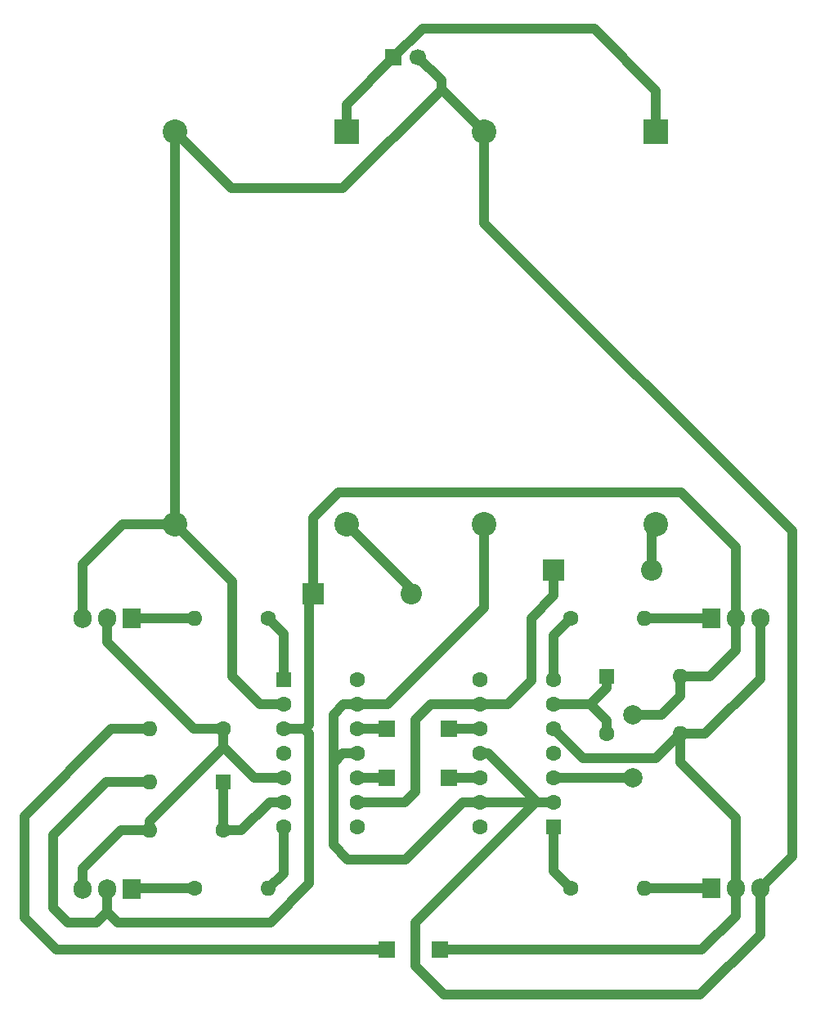
<source format=gbr>
%TF.GenerationSoftware,KiCad,Pcbnew,9.0.1*%
%TF.CreationDate,2025-07-17T11:03:29+03:00*%
%TF.ProjectId,deneme3,64656e65-6d65-4332-9e6b-696361645f70,rev?*%
%TF.SameCoordinates,Original*%
%TF.FileFunction,Copper,L1,Top*%
%TF.FilePolarity,Positive*%
%FSLAX46Y46*%
G04 Gerber Fmt 4.6, Leading zero omitted, Abs format (unit mm)*
G04 Created by KiCad (PCBNEW 9.0.1) date 2025-07-17 11:03:29*
%MOMM*%
%LPD*%
G01*
G04 APERTURE LIST*
G04 Aperture macros list*
%AMRoundRect*
0 Rectangle with rounded corners*
0 $1 Rounding radius*
0 $2 $3 $4 $5 $6 $7 $8 $9 X,Y pos of 4 corners*
0 Add a 4 corners polygon primitive as box body*
4,1,4,$2,$3,$4,$5,$6,$7,$8,$9,$2,$3,0*
0 Add four circle primitives for the rounded corners*
1,1,$1+$1,$2,$3*
1,1,$1+$1,$4,$5*
1,1,$1+$1,$6,$7*
1,1,$1+$1,$8,$9*
0 Add four rect primitives between the rounded corners*
20,1,$1+$1,$2,$3,$4,$5,0*
20,1,$1+$1,$4,$5,$6,$7,0*
20,1,$1+$1,$6,$7,$8,$9,0*
20,1,$1+$1,$8,$9,$2,$3,0*%
G04 Aperture macros list end*
%TA.AperFunction,ComponentPad*%
%ADD10R,1.600000X1.600000*%
%TD*%
%TA.AperFunction,ComponentPad*%
%ADD11O,1.600000X1.600000*%
%TD*%
%TA.AperFunction,ComponentPad*%
%ADD12R,2.200000X2.200000*%
%TD*%
%TA.AperFunction,ComponentPad*%
%ADD13O,2.200000X2.200000*%
%TD*%
%TA.AperFunction,ComponentPad*%
%ADD14R,1.905000X2.000000*%
%TD*%
%TA.AperFunction,ComponentPad*%
%ADD15O,1.905000X2.000000*%
%TD*%
%TA.AperFunction,ComponentPad*%
%ADD16R,1.700000X1.700000*%
%TD*%
%TA.AperFunction,ComponentPad*%
%ADD17C,1.600000*%
%TD*%
%TA.AperFunction,ComponentPad*%
%ADD18R,2.540000X2.540000*%
%TD*%
%TA.AperFunction,ComponentPad*%
%ADD19C,2.540000*%
%TD*%
%TA.AperFunction,ComponentPad*%
%ADD20RoundRect,0.250000X-0.550000X-0.550000X0.550000X-0.550000X0.550000X0.550000X-0.550000X0.550000X0*%
%TD*%
%TA.AperFunction,ComponentPad*%
%ADD21C,1.700000*%
%TD*%
%TA.AperFunction,ComponentPad*%
%ADD22RoundRect,0.250000X0.550000X0.550000X-0.550000X0.550000X-0.550000X-0.550000X0.550000X-0.550000X0*%
%TD*%
%TA.AperFunction,ViaPad*%
%ADD23C,2.000000*%
%TD*%
%TA.AperFunction,Conductor*%
%ADD24C,1.000000*%
%TD*%
G04 APERTURE END LIST*
D10*
%TO.P,D2,1,K*%
%TO.N,Net-(D2-K)*%
X170300000Y-114510000D03*
D11*
%TO.P,D2,2,A*%
%TO.N,+12V*%
X177920000Y-114510000D03*
%TD*%
D10*
%TO.P,D1,1,K*%
%TO.N,Net-(D1-K)*%
X130610000Y-125500000D03*
D11*
%TO.P,D1,2,A*%
%TO.N,+12V*%
X122990000Y-125500000D03*
%TD*%
D12*
%TO.P,D4,1,K*%
%TO.N,+12V*%
X139920000Y-106000000D03*
D13*
%TO.P,D4,2,A*%
%TO.N,Net-(D4-A)*%
X150080000Y-106000000D03*
%TD*%
D14*
%TO.P,Q3,1,G*%
%TO.N,/Q3_G*%
X181110000Y-108510000D03*
D15*
%TO.P,Q3,2,D*%
%TO.N,+12V*%
X183650000Y-108510000D03*
%TO.P,Q3,3,S*%
%TO.N,/OUT_B*%
X186190000Y-108510000D03*
%TD*%
D14*
%TO.P,Q4,1,G*%
%TO.N,/Q4_G*%
X181110000Y-136510000D03*
D15*
%TO.P,Q4,2,D*%
%TO.N,/OUT_B*%
X183650000Y-136510000D03*
%TO.P,Q4,3,S*%
%TO.N,GND*%
X186190000Y-136510000D03*
%TD*%
D16*
%TO.P,J7,1,Pin_1*%
%TO.N,PWM_LO2*%
X154000000Y-125040000D03*
%TD*%
D14*
%TO.P,Q2,1,G*%
%TO.N,/Q2_G*%
X121110000Y-108510000D03*
D15*
%TO.P,Q2,2,D*%
%TO.N,/OUT_A*%
X118570000Y-108510000D03*
%TO.P,Q2,3,S*%
%TO.N,GND*%
X116030000Y-108510000D03*
%TD*%
D16*
%TO.P,J3,1,Pin_1*%
%TO.N,PWM_LO1*%
X147500000Y-119960000D03*
%TD*%
D14*
%TO.P,Q1,1,G*%
%TO.N,/Q1_G*%
X121110000Y-136565000D03*
D15*
%TO.P,Q1,2,D*%
%TO.N,+12V*%
X118570000Y-136565000D03*
%TO.P,Q1,3,S*%
%TO.N,/OUT_A*%
X116030000Y-136565000D03*
%TD*%
D16*
%TO.P,J5,1,Pin_1*%
%TO.N,/OUT_B*%
X153000000Y-142830000D03*
%TD*%
D17*
%TO.P,R1,1*%
%TO.N,/Q1_G*%
X127610000Y-136510000D03*
D11*
%TO.P,R1,2*%
%TO.N,/HO_1*%
X135230000Y-136510000D03*
%TD*%
D17*
%TO.P,C3,1*%
%TO.N,/OUT_A*%
X130610000Y-120000000D03*
D11*
%TO.P,C3,2*%
%TO.N,Net-(J4-Pin_1)*%
X122990000Y-120000000D03*
%TD*%
D18*
%TO.P,U3,1,Vin*%
%TO.N,+24V*%
X143390000Y-58180000D03*
D19*
%TO.P,U3,2,GND*%
%TO.N,GND*%
X125610000Y-58180000D03*
%TO.P,U3,3,GND*%
X125610000Y-98820000D03*
%TO.P,U3,4,Vout*%
%TO.N,Net-(D4-A)*%
X143390000Y-98820000D03*
%TD*%
D17*
%TO.P,R4,1*%
%TO.N,/LO_2*%
X166610000Y-136510000D03*
D11*
%TO.P,R4,2*%
%TO.N,/Q4_G*%
X174230000Y-136510000D03*
%TD*%
D18*
%TO.P,U4,1,Vin*%
%TO.N,+24V*%
X175390000Y-58180000D03*
D19*
%TO.P,U4,2,GND*%
%TO.N,GND*%
X157610000Y-58180000D03*
%TO.P,U4,3,GND*%
X157610000Y-98820000D03*
%TO.P,U4,4,Vout*%
%TO.N,Net-(D3-A)*%
X175390000Y-98820000D03*
%TD*%
D17*
%TO.P,R2,1*%
%TO.N,/LO_1*%
X135230000Y-108510000D03*
D11*
%TO.P,R2,2*%
%TO.N,/Q2_G*%
X127610000Y-108510000D03*
%TD*%
D20*
%TO.P,U1,1,LO*%
%TO.N,/LO_1*%
X136830000Y-114880000D03*
D17*
%TO.P,U1,2,COM*%
%TO.N,GND*%
X136830000Y-117420000D03*
%TO.P,U1,3,VCC*%
%TO.N,+12V*%
X136830000Y-119960000D03*
%TO.P,U1,4,NC*%
%TO.N,unconnected-(U1-NC-Pad4)*%
X136830000Y-122500000D03*
%TO.P,U1,5,VS*%
%TO.N,/OUT_A*%
X136830000Y-125040000D03*
%TO.P,U1,6,VB*%
%TO.N,Net-(D1-K)*%
X136830000Y-127580000D03*
%TO.P,U1,7,HO*%
%TO.N,/HO_1*%
X136830000Y-130120000D03*
%TO.P,U1,8,NC*%
%TO.N,unconnected-(U1-NC-Pad8)*%
X144450000Y-130120000D03*
%TO.P,U1,9,VDD*%
%TO.N,+5V*%
X144450000Y-127580000D03*
%TO.P,U1,10,HIN*%
%TO.N,PWM_HI1*%
X144450000Y-125040000D03*
%TO.P,U1,11,SD*%
%TO.N,GND*%
X144450000Y-122500000D03*
%TO.P,U1,12,LIN*%
%TO.N,PWM_LO1*%
X144450000Y-119960000D03*
%TO.P,U1,13,VSS*%
%TO.N,GND*%
X144450000Y-117420000D03*
%TO.P,U1,14,NC*%
%TO.N,unconnected-(U1-NC-Pad14)*%
X144450000Y-114880000D03*
%TD*%
D16*
%TO.P,J1,1,Pin_1*%
%TO.N,+24V*%
X148250000Y-50467500D03*
D21*
%TO.P,J1,2,Pin_2*%
%TO.N,GND*%
X150790000Y-50467500D03*
%TD*%
D22*
%TO.P,U2,1,LO*%
%TO.N,/LO_2*%
X164805000Y-130120000D03*
D17*
%TO.P,U2,2,COM*%
%TO.N,GND*%
X164805000Y-127580000D03*
%TO.P,U2,3,VCC*%
%TO.N,+12V*%
X164805000Y-125040000D03*
%TO.P,U2,4,NC*%
%TO.N,unconnected-(U2-NC-Pad4)*%
X164805000Y-122500000D03*
%TO.P,U2,5,VS*%
%TO.N,/OUT_B*%
X164805000Y-119960000D03*
%TO.P,U2,6,VB*%
%TO.N,Net-(D2-K)*%
X164805000Y-117420000D03*
%TO.P,U2,7,HO*%
%TO.N,/HO_2*%
X164805000Y-114880000D03*
%TO.P,U2,8,NC*%
%TO.N,unconnected-(U2-NC-Pad8)*%
X157185000Y-114880000D03*
%TO.P,U2,9,VDD*%
%TO.N,+5V*%
X157185000Y-117420000D03*
%TO.P,U2,10,HIN*%
%TO.N,PWM_HI2*%
X157185000Y-119960000D03*
%TO.P,U2,11,SD*%
%TO.N,GND*%
X157185000Y-122500000D03*
%TO.P,U2,12,LIN*%
%TO.N,PWM_LO2*%
X157185000Y-125040000D03*
%TO.P,U2,13,VSS*%
%TO.N,GND*%
X157185000Y-127580000D03*
%TO.P,U2,14,NC*%
%TO.N,unconnected-(U2-NC-Pad14)*%
X157185000Y-130120000D03*
%TD*%
D16*
%TO.P,J4,1,Pin_1*%
%TO.N,Net-(J4-Pin_1)*%
X147500000Y-142830000D03*
%TD*%
%TO.P,J2,1,Pin_1*%
%TO.N,PWM_HI1*%
X147500000Y-125040000D03*
%TD*%
D17*
%TO.P,C1,1*%
%TO.N,Net-(D1-K)*%
X130610000Y-130500000D03*
D11*
%TO.P,C1,2*%
%TO.N,/OUT_A*%
X122990000Y-130500000D03*
%TD*%
D12*
%TO.P,D3,1,K*%
%TO.N,+5V*%
X164840000Y-103500000D03*
D13*
%TO.P,D3,2,A*%
%TO.N,Net-(D3-A)*%
X175000000Y-103500000D03*
%TD*%
D16*
%TO.P,J6,1,Pin_1*%
%TO.N,PWM_HI2*%
X154000000Y-119960000D03*
%TD*%
D17*
%TO.P,R3,1*%
%TO.N,/HO_2*%
X166610000Y-108510000D03*
D11*
%TO.P,R3,2*%
%TO.N,/Q3_G*%
X174230000Y-108510000D03*
%TD*%
D17*
%TO.P,C2,1*%
%TO.N,Net-(D2-K)*%
X170300000Y-120500000D03*
D11*
%TO.P,C2,2*%
%TO.N,/OUT_B*%
X177920000Y-120500000D03*
%TD*%
D23*
%TO.N,+12V*%
X173000000Y-125000000D03*
X173000000Y-118500000D03*
%TD*%
D24*
%TO.N,/OUT_A*%
X133790000Y-125040000D02*
X130610000Y-121860000D01*
X122990000Y-130500000D02*
X122990000Y-129510000D01*
X116030000Y-134470000D02*
X116030000Y-136565000D01*
X122990000Y-129510000D02*
X130610000Y-121890000D01*
X130610000Y-121860000D02*
X130610000Y-120000000D01*
X136830000Y-125040000D02*
X133790000Y-125040000D01*
X118570000Y-110992500D02*
X127577500Y-120000000D01*
X130610000Y-121890000D02*
X130610000Y-120000000D01*
X122990000Y-130500000D02*
X120000000Y-130500000D01*
X127577500Y-120000000D02*
X130610000Y-120000000D01*
X118570000Y-108510000D02*
X118570000Y-110992500D01*
X120000000Y-130500000D02*
X116030000Y-134470000D01*
%TO.N,Net-(D1-K)*%
X135420000Y-127580000D02*
X136830000Y-127580000D01*
X130610000Y-130500000D02*
X132500000Y-130500000D01*
X136830000Y-127580000D02*
X136750000Y-127500000D01*
X130610000Y-125500000D02*
X130610000Y-130500000D01*
X132500000Y-130500000D02*
X135420000Y-127580000D01*
%TO.N,Net-(D2-K)*%
X170300000Y-119140000D02*
X168580000Y-117420000D01*
X168580000Y-117420000D02*
X170300000Y-115700000D01*
X164805000Y-117420000D02*
X168580000Y-117420000D01*
X170300000Y-115700000D02*
X170300000Y-114510000D01*
X170300000Y-120500000D02*
X170300000Y-119140000D01*
%TO.N,/OUT_B*%
X186190000Y-114810000D02*
X180500000Y-120500000D01*
X183650000Y-129150000D02*
X177920000Y-123420000D01*
X183650000Y-139350000D02*
X180170000Y-142830000D01*
X164805000Y-119960000D02*
X167845000Y-123000000D01*
X175420000Y-123000000D02*
X177920000Y-120500000D01*
X177920000Y-123420000D02*
X177920000Y-120500000D01*
X180500000Y-120500000D02*
X177920000Y-120500000D01*
X186190000Y-108510000D02*
X186190000Y-114810000D01*
X183650000Y-136510000D02*
X183650000Y-139350000D01*
X167845000Y-123000000D02*
X175420000Y-123000000D01*
X180170000Y-142830000D02*
X153000000Y-142830000D01*
X183650000Y-136510000D02*
X183650000Y-129150000D01*
%TO.N,Net-(J4-Pin_1)*%
X122990000Y-120000000D02*
X119000000Y-120000000D01*
X119000000Y-120000000D02*
X110000000Y-129000000D01*
X110000000Y-139500000D02*
X113330000Y-142830000D01*
X110000000Y-129000000D02*
X110000000Y-139500000D01*
X113330000Y-142830000D02*
X147500000Y-142830000D01*
%TO.N,GND*%
X144450000Y-122500000D02*
X143000000Y-122500000D01*
X189500000Y-133200000D02*
X189500000Y-99500000D01*
X144450000Y-117420000D02*
X143080000Y-117420000D01*
X153180000Y-53820000D02*
X153250000Y-53820000D01*
X131430000Y-64000000D02*
X143000000Y-64000000D01*
X150500000Y-140000000D02*
X150500000Y-144500000D01*
X180000000Y-147500000D02*
X186190000Y-141310000D01*
X142000000Y-118500000D02*
X142000000Y-123500000D01*
X125610000Y-58180000D02*
X125610000Y-98820000D01*
X143080000Y-117420000D02*
X142000000Y-118500000D01*
X131500000Y-104710000D02*
X125610000Y-98820000D01*
X143500000Y-133500000D02*
X149500000Y-133500000D01*
X153180000Y-53820000D02*
X153180000Y-52857500D01*
X136830000Y-117420000D02*
X134420000Y-117420000D01*
X116030000Y-102970000D02*
X120180000Y-98820000D01*
X142000000Y-123500000D02*
X142000000Y-132000000D01*
X153250000Y-53820000D02*
X157610000Y-58180000D01*
X142000000Y-132000000D02*
X143500000Y-133500000D01*
X157610000Y-107390000D02*
X147580000Y-117420000D01*
X158000000Y-122500000D02*
X157185000Y-122500000D01*
X134420000Y-117420000D02*
X131500000Y-114500000D01*
X186190000Y-141310000D02*
X186190000Y-136510000D01*
X157185000Y-127580000D02*
X164805000Y-127580000D01*
X143000000Y-64000000D02*
X153180000Y-53820000D01*
X163080000Y-127580000D02*
X158000000Y-122500000D01*
X125610000Y-58180000D02*
X131430000Y-64000000D01*
X147580000Y-117420000D02*
X144450000Y-117420000D01*
X153180000Y-52857500D02*
X150790000Y-50467500D01*
X150500000Y-144500000D02*
X153500000Y-147500000D01*
X116030000Y-108510000D02*
X116030000Y-102970000D01*
X149500000Y-133500000D02*
X155420000Y-127580000D01*
X157610000Y-98820000D02*
X157610000Y-107390000D01*
X153500000Y-147500000D02*
X180000000Y-147500000D01*
X131500000Y-114500000D02*
X131500000Y-104710000D01*
X162920000Y-127580000D02*
X150500000Y-140000000D01*
X189500000Y-99500000D02*
X157610000Y-67610000D01*
X164805000Y-127580000D02*
X162920000Y-127580000D01*
X157610000Y-67610000D02*
X157610000Y-58180000D01*
X155420000Y-127580000D02*
X157185000Y-127580000D01*
X143000000Y-122500000D02*
X142000000Y-123500000D01*
X120180000Y-98820000D02*
X125610000Y-98820000D01*
X164805000Y-127580000D02*
X163080000Y-127580000D01*
X186190000Y-136510000D02*
X189500000Y-133200000D01*
%TO.N,+24V*%
X143390000Y-58180000D02*
X143390000Y-55327500D01*
X175390000Y-58180000D02*
X175390000Y-53890000D01*
X169000000Y-47500000D02*
X151217500Y-47500000D01*
X151217500Y-47500000D02*
X148250000Y-50467500D01*
X175390000Y-53890000D02*
X169000000Y-47500000D01*
X143390000Y-55327500D02*
X148250000Y-50467500D01*
%TO.N,+12V*%
X178000000Y-95500000D02*
X142500000Y-95500000D01*
X118570000Y-138930000D02*
X118570000Y-136565000D01*
X119640000Y-140000000D02*
X135500000Y-140000000D01*
X177920000Y-116580000D02*
X177920000Y-114510000D01*
X118500000Y-125500000D02*
X113000000Y-131000000D01*
X138960000Y-119960000D02*
X136830000Y-119960000D01*
X139500000Y-120500000D02*
X138960000Y-119960000D01*
X183650000Y-111850000D02*
X183650000Y-108510000D01*
X139500000Y-119500000D02*
X139040000Y-119960000D01*
X177920000Y-114510000D02*
X180990000Y-114510000D01*
X183650000Y-108510000D02*
X183650000Y-101150000D01*
X180990000Y-114510000D02*
X183650000Y-111850000D01*
X139500000Y-136000000D02*
X139500000Y-120500000D01*
X135500000Y-140000000D02*
X139500000Y-136000000D01*
X118570000Y-138930000D02*
X119640000Y-140000000D01*
X183650000Y-101150000D02*
X178000000Y-95500000D01*
X142500000Y-95500000D02*
X139920000Y-98080000D01*
X139920000Y-106000000D02*
X139500000Y-106420000D01*
X114500000Y-140000000D02*
X117500000Y-140000000D01*
X113000000Y-131000000D02*
X113000000Y-138500000D01*
X122990000Y-125500000D02*
X118500000Y-125500000D01*
X139920000Y-98080000D02*
X139920000Y-106000000D01*
X164805000Y-125040000D02*
X172960000Y-125040000D01*
X139500000Y-106420000D02*
X139500000Y-119500000D01*
X176000000Y-118500000D02*
X177920000Y-116580000D01*
X113000000Y-138500000D02*
X114500000Y-140000000D01*
X139040000Y-119960000D02*
X136830000Y-119960000D01*
X117500000Y-140000000D02*
X118570000Y-138930000D01*
X172960000Y-125040000D02*
X173000000Y-125000000D01*
X173000000Y-118500000D02*
X176000000Y-118500000D01*
%TO.N,+5V*%
X162500000Y-115000000D02*
X162500000Y-108500000D01*
X157185000Y-117420000D02*
X160080000Y-117420000D01*
X150500000Y-119000000D02*
X152080000Y-117420000D01*
X149420000Y-127580000D02*
X150500000Y-126500000D01*
X144450000Y-127580000D02*
X149420000Y-127580000D01*
X150500000Y-126500000D02*
X150500000Y-119000000D01*
X152080000Y-117420000D02*
X157185000Y-117420000D01*
X160080000Y-117420000D02*
X162500000Y-115000000D01*
X164840000Y-106160000D02*
X164840000Y-103500000D01*
X162500000Y-108500000D02*
X164840000Y-106160000D01*
%TO.N,PWM_HI1*%
X144450000Y-125040000D02*
X147500000Y-125040000D01*
%TO.N,PWM_LO1*%
X144450000Y-119960000D02*
X147500000Y-119960000D01*
%TO.N,PWM_HI2*%
X154000000Y-119960000D02*
X157185000Y-119960000D01*
%TO.N,PWM_LO2*%
X154000000Y-125040000D02*
X157185000Y-125040000D01*
%TO.N,/Q1_G*%
X127610000Y-136510000D02*
X121165000Y-136510000D01*
X121165000Y-136510000D02*
X121110000Y-136565000D01*
%TO.N,/Q2_G*%
X127610000Y-108510000D02*
X121110000Y-108510000D01*
%TO.N,/Q3_G*%
X174230000Y-108510000D02*
X181110000Y-108510000D01*
%TO.N,/Q4_G*%
X174230000Y-136510000D02*
X181110000Y-136510000D01*
%TO.N,/HO_1*%
X136830000Y-130120000D02*
X136830000Y-134910000D01*
X136830000Y-134910000D02*
X135230000Y-136510000D01*
%TO.N,/LO_1*%
X136830000Y-110110000D02*
X135230000Y-108510000D01*
X136830000Y-114880000D02*
X136830000Y-110110000D01*
%TO.N,/HO_2*%
X164805000Y-110315000D02*
X166610000Y-108510000D01*
X164805000Y-114880000D02*
X164805000Y-110315000D01*
%TO.N,/LO_2*%
X164805000Y-130120000D02*
X164805000Y-134705000D01*
X164805000Y-134705000D02*
X166610000Y-136510000D01*
%TO.N,Net-(D3-A)*%
X175000000Y-99210000D02*
X175390000Y-98820000D01*
X175000000Y-103500000D02*
X175000000Y-99210000D01*
%TO.N,Net-(D4-A)*%
X150080000Y-105510000D02*
X143390000Y-98820000D01*
X150080000Y-106000000D02*
X150080000Y-105510000D01*
%TD*%
M02*

</source>
